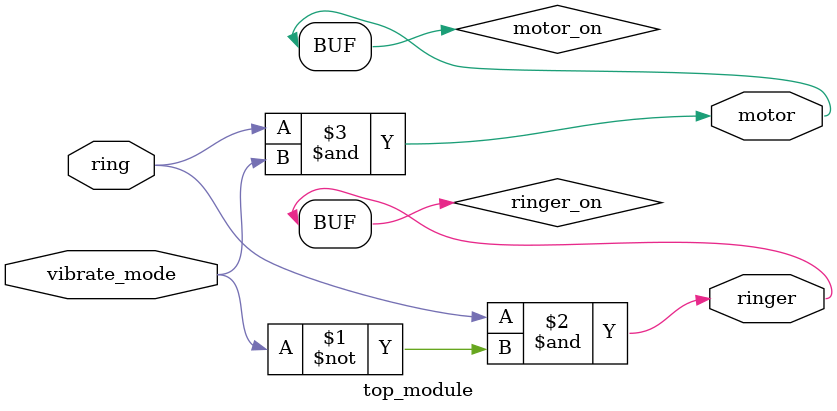
<source format=sv>
module top_module(
    input ring, 
    input vibrate_mode,
    output ringer,
    output motor
);
    // Declare internal signal to indicate phone should ring or not
    wire ringer_on = ring & ~vibrate_mode;
    wire motor_on = ring & vibrate_mode;

    assign ringer = ringer_on;
    assign motor = motor_on;

endmodule

</source>
